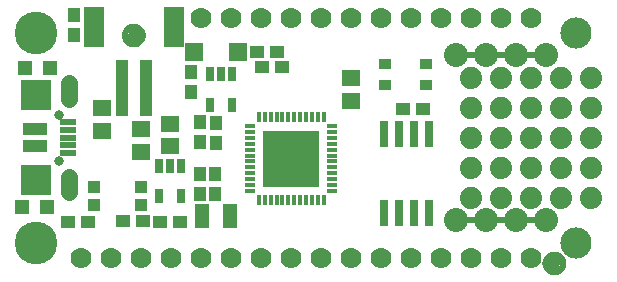
<source format=gbr>
G04 EAGLE Gerber RS-274X export*
G75*
%MOMM*%
%FSLAX34Y34*%
%LPD*%
%INSoldermask Top*%
%IPPOS*%
%AMOC8*
5,1,8,0,0,1.08239X$1,22.5*%
G01*
%ADD10C,2.641600*%
%ADD11R,7.747000X0.508000*%
%ADD12R,1.601600X1.341600*%
%ADD13R,1.101600X1.176600*%
%ADD14R,1.301600X1.301600*%
%ADD15R,1.176600X1.101600*%
%ADD16C,1.101600*%
%ADD17C,0.500000*%
%ADD18R,1.101600X1.101600*%
%ADD19C,3.617600*%
%ADD20C,0.801600*%
%ADD21R,2.601600X2.601600*%
%ADD22C,1.409600*%
%ADD23R,2.101600X1.101600*%
%ADD24R,1.450000X0.500000*%
%ADD25R,0.651600X1.301600*%
%ADD26R,1.501600X1.501600*%
%ADD27C,1.778000*%
%ADD28R,1.101600X4.701600*%
%ADD29R,1.701600X3.501600*%
%ADD30R,0.351600X0.851600*%
%ADD31R,0.851600X0.351600*%
%ADD32R,4.801600X4.801600*%
%ADD33R,1.201600X2.001600*%
%ADD34R,1.101600X0.951600*%
%ADD35R,0.701600X2.301600*%
%ADD36C,2.032000*%
%ADD37C,1.879600*%


D10*
X482600Y203200D03*
X482600Y25400D03*
D11*
X419735Y44450D03*
X419735Y184150D03*
D12*
X80880Y120090D03*
X80880Y139090D03*
D13*
X164000Y110120D03*
X164000Y127120D03*
D12*
X138580Y125740D03*
X138580Y106740D03*
D14*
X15950Y173590D03*
X36950Y173590D03*
D15*
X98688Y43446D03*
X115688Y43446D03*
D13*
X57150Y218050D03*
X57150Y201050D03*
D16*
X107950Y200660D03*
D17*
X115450Y200660D02*
X115448Y200841D01*
X115441Y201022D01*
X115430Y201203D01*
X115415Y201384D01*
X115395Y201564D01*
X115371Y201744D01*
X115343Y201923D01*
X115310Y202101D01*
X115273Y202278D01*
X115232Y202455D01*
X115187Y202630D01*
X115137Y202805D01*
X115083Y202978D01*
X115025Y203149D01*
X114963Y203320D01*
X114896Y203488D01*
X114826Y203655D01*
X114752Y203821D01*
X114673Y203984D01*
X114591Y204145D01*
X114505Y204305D01*
X114415Y204462D01*
X114321Y204617D01*
X114224Y204770D01*
X114122Y204920D01*
X114018Y205068D01*
X113909Y205214D01*
X113798Y205356D01*
X113682Y205496D01*
X113564Y205633D01*
X113442Y205768D01*
X113317Y205899D01*
X113189Y206027D01*
X113058Y206152D01*
X112923Y206274D01*
X112786Y206392D01*
X112646Y206508D01*
X112504Y206619D01*
X112358Y206728D01*
X112210Y206832D01*
X112060Y206934D01*
X111907Y207031D01*
X111752Y207125D01*
X111595Y207215D01*
X111435Y207301D01*
X111274Y207383D01*
X111111Y207462D01*
X110945Y207536D01*
X110778Y207606D01*
X110610Y207673D01*
X110439Y207735D01*
X110268Y207793D01*
X110095Y207847D01*
X109920Y207897D01*
X109745Y207942D01*
X109568Y207983D01*
X109391Y208020D01*
X109213Y208053D01*
X109034Y208081D01*
X108854Y208105D01*
X108674Y208125D01*
X108493Y208140D01*
X108312Y208151D01*
X108131Y208158D01*
X107950Y208160D01*
X115450Y200660D02*
X115448Y200479D01*
X115441Y200298D01*
X115430Y200117D01*
X115415Y199936D01*
X115395Y199756D01*
X115371Y199576D01*
X115343Y199397D01*
X115310Y199219D01*
X115273Y199042D01*
X115232Y198865D01*
X115187Y198690D01*
X115137Y198515D01*
X115083Y198342D01*
X115025Y198171D01*
X114963Y198000D01*
X114896Y197832D01*
X114826Y197665D01*
X114752Y197499D01*
X114673Y197336D01*
X114591Y197175D01*
X114505Y197015D01*
X114415Y196858D01*
X114321Y196703D01*
X114224Y196550D01*
X114122Y196400D01*
X114018Y196252D01*
X113909Y196106D01*
X113798Y195964D01*
X113682Y195824D01*
X113564Y195687D01*
X113442Y195552D01*
X113317Y195421D01*
X113189Y195293D01*
X113058Y195168D01*
X112923Y195046D01*
X112786Y194928D01*
X112646Y194812D01*
X112504Y194701D01*
X112358Y194592D01*
X112210Y194488D01*
X112060Y194386D01*
X111907Y194289D01*
X111752Y194195D01*
X111595Y194105D01*
X111435Y194019D01*
X111274Y193937D01*
X111111Y193858D01*
X110945Y193784D01*
X110778Y193714D01*
X110610Y193647D01*
X110439Y193585D01*
X110268Y193527D01*
X110095Y193473D01*
X109920Y193423D01*
X109745Y193378D01*
X109568Y193337D01*
X109391Y193300D01*
X109213Y193267D01*
X109034Y193239D01*
X108854Y193215D01*
X108674Y193195D01*
X108493Y193180D01*
X108312Y193169D01*
X108131Y193162D01*
X107950Y193160D01*
X107769Y193162D01*
X107588Y193169D01*
X107407Y193180D01*
X107226Y193195D01*
X107046Y193215D01*
X106866Y193239D01*
X106687Y193267D01*
X106509Y193300D01*
X106332Y193337D01*
X106155Y193378D01*
X105980Y193423D01*
X105805Y193473D01*
X105632Y193527D01*
X105461Y193585D01*
X105290Y193647D01*
X105122Y193714D01*
X104955Y193784D01*
X104789Y193858D01*
X104626Y193937D01*
X104465Y194019D01*
X104305Y194105D01*
X104148Y194195D01*
X103993Y194289D01*
X103840Y194386D01*
X103690Y194488D01*
X103542Y194592D01*
X103396Y194701D01*
X103254Y194812D01*
X103114Y194928D01*
X102977Y195046D01*
X102842Y195168D01*
X102711Y195293D01*
X102583Y195421D01*
X102458Y195552D01*
X102336Y195687D01*
X102218Y195824D01*
X102102Y195964D01*
X101991Y196106D01*
X101882Y196252D01*
X101778Y196400D01*
X101676Y196550D01*
X101579Y196703D01*
X101485Y196858D01*
X101395Y197015D01*
X101309Y197175D01*
X101227Y197336D01*
X101148Y197499D01*
X101074Y197665D01*
X101004Y197832D01*
X100937Y198000D01*
X100875Y198171D01*
X100817Y198342D01*
X100763Y198515D01*
X100713Y198690D01*
X100668Y198865D01*
X100627Y199042D01*
X100590Y199219D01*
X100557Y199397D01*
X100529Y199576D01*
X100505Y199756D01*
X100485Y199936D01*
X100470Y200117D01*
X100459Y200298D01*
X100452Y200479D01*
X100450Y200660D01*
X100452Y200841D01*
X100459Y201022D01*
X100470Y201203D01*
X100485Y201384D01*
X100505Y201564D01*
X100529Y201744D01*
X100557Y201923D01*
X100590Y202101D01*
X100627Y202278D01*
X100668Y202455D01*
X100713Y202630D01*
X100763Y202805D01*
X100817Y202978D01*
X100875Y203149D01*
X100937Y203320D01*
X101004Y203488D01*
X101074Y203655D01*
X101148Y203821D01*
X101227Y203984D01*
X101309Y204145D01*
X101395Y204305D01*
X101485Y204462D01*
X101579Y204617D01*
X101676Y204770D01*
X101778Y204920D01*
X101882Y205068D01*
X101991Y205214D01*
X102102Y205356D01*
X102218Y205496D01*
X102336Y205633D01*
X102458Y205768D01*
X102583Y205899D01*
X102711Y206027D01*
X102842Y206152D01*
X102977Y206274D01*
X103114Y206392D01*
X103254Y206508D01*
X103396Y206619D01*
X103542Y206728D01*
X103690Y206832D01*
X103840Y206934D01*
X103993Y207031D01*
X104148Y207125D01*
X104305Y207215D01*
X104465Y207301D01*
X104626Y207383D01*
X104789Y207462D01*
X104955Y207536D01*
X105122Y207606D01*
X105290Y207673D01*
X105461Y207735D01*
X105632Y207793D01*
X105805Y207847D01*
X105980Y207897D01*
X106155Y207942D01*
X106332Y207983D01*
X106509Y208020D01*
X106687Y208053D01*
X106866Y208081D01*
X107046Y208105D01*
X107226Y208125D01*
X107407Y208140D01*
X107588Y208151D01*
X107769Y208158D01*
X107950Y208160D01*
D16*
X464022Y7690D03*
D17*
X471522Y7690D02*
X471520Y7871D01*
X471513Y8052D01*
X471502Y8233D01*
X471487Y8414D01*
X471467Y8594D01*
X471443Y8774D01*
X471415Y8953D01*
X471382Y9131D01*
X471345Y9308D01*
X471304Y9485D01*
X471259Y9660D01*
X471209Y9835D01*
X471155Y10008D01*
X471097Y10179D01*
X471035Y10350D01*
X470968Y10518D01*
X470898Y10685D01*
X470824Y10851D01*
X470745Y11014D01*
X470663Y11175D01*
X470577Y11335D01*
X470487Y11492D01*
X470393Y11647D01*
X470296Y11800D01*
X470194Y11950D01*
X470090Y12098D01*
X469981Y12244D01*
X469870Y12386D01*
X469754Y12526D01*
X469636Y12663D01*
X469514Y12798D01*
X469389Y12929D01*
X469261Y13057D01*
X469130Y13182D01*
X468995Y13304D01*
X468858Y13422D01*
X468718Y13538D01*
X468576Y13649D01*
X468430Y13758D01*
X468282Y13862D01*
X468132Y13964D01*
X467979Y14061D01*
X467824Y14155D01*
X467667Y14245D01*
X467507Y14331D01*
X467346Y14413D01*
X467183Y14492D01*
X467017Y14566D01*
X466850Y14636D01*
X466682Y14703D01*
X466511Y14765D01*
X466340Y14823D01*
X466167Y14877D01*
X465992Y14927D01*
X465817Y14972D01*
X465640Y15013D01*
X465463Y15050D01*
X465285Y15083D01*
X465106Y15111D01*
X464926Y15135D01*
X464746Y15155D01*
X464565Y15170D01*
X464384Y15181D01*
X464203Y15188D01*
X464022Y15190D01*
X471522Y7690D02*
X471520Y7509D01*
X471513Y7328D01*
X471502Y7147D01*
X471487Y6966D01*
X471467Y6786D01*
X471443Y6606D01*
X471415Y6427D01*
X471382Y6249D01*
X471345Y6072D01*
X471304Y5895D01*
X471259Y5720D01*
X471209Y5545D01*
X471155Y5372D01*
X471097Y5201D01*
X471035Y5030D01*
X470968Y4862D01*
X470898Y4695D01*
X470824Y4529D01*
X470745Y4366D01*
X470663Y4205D01*
X470577Y4045D01*
X470487Y3888D01*
X470393Y3733D01*
X470296Y3580D01*
X470194Y3430D01*
X470090Y3282D01*
X469981Y3136D01*
X469870Y2994D01*
X469754Y2854D01*
X469636Y2717D01*
X469514Y2582D01*
X469389Y2451D01*
X469261Y2323D01*
X469130Y2198D01*
X468995Y2076D01*
X468858Y1958D01*
X468718Y1842D01*
X468576Y1731D01*
X468430Y1622D01*
X468282Y1518D01*
X468132Y1416D01*
X467979Y1319D01*
X467824Y1225D01*
X467667Y1135D01*
X467507Y1049D01*
X467346Y967D01*
X467183Y888D01*
X467017Y814D01*
X466850Y744D01*
X466682Y677D01*
X466511Y615D01*
X466340Y557D01*
X466167Y503D01*
X465992Y453D01*
X465817Y408D01*
X465640Y367D01*
X465463Y330D01*
X465285Y297D01*
X465106Y269D01*
X464926Y245D01*
X464746Y225D01*
X464565Y210D01*
X464384Y199D01*
X464203Y192D01*
X464022Y190D01*
X463841Y192D01*
X463660Y199D01*
X463479Y210D01*
X463298Y225D01*
X463118Y245D01*
X462938Y269D01*
X462759Y297D01*
X462581Y330D01*
X462404Y367D01*
X462227Y408D01*
X462052Y453D01*
X461877Y503D01*
X461704Y557D01*
X461533Y615D01*
X461362Y677D01*
X461194Y744D01*
X461027Y814D01*
X460861Y888D01*
X460698Y967D01*
X460537Y1049D01*
X460377Y1135D01*
X460220Y1225D01*
X460065Y1319D01*
X459912Y1416D01*
X459762Y1518D01*
X459614Y1622D01*
X459468Y1731D01*
X459326Y1842D01*
X459186Y1958D01*
X459049Y2076D01*
X458914Y2198D01*
X458783Y2323D01*
X458655Y2451D01*
X458530Y2582D01*
X458408Y2717D01*
X458290Y2854D01*
X458174Y2994D01*
X458063Y3136D01*
X457954Y3282D01*
X457850Y3430D01*
X457748Y3580D01*
X457651Y3733D01*
X457557Y3888D01*
X457467Y4045D01*
X457381Y4205D01*
X457299Y4366D01*
X457220Y4529D01*
X457146Y4695D01*
X457076Y4862D01*
X457009Y5030D01*
X456947Y5201D01*
X456889Y5372D01*
X456835Y5545D01*
X456785Y5720D01*
X456740Y5895D01*
X456699Y6072D01*
X456662Y6249D01*
X456629Y6427D01*
X456601Y6606D01*
X456577Y6786D01*
X456557Y6966D01*
X456542Y7147D01*
X456531Y7328D01*
X456524Y7509D01*
X456522Y7690D01*
X456524Y7871D01*
X456531Y8052D01*
X456542Y8233D01*
X456557Y8414D01*
X456577Y8594D01*
X456601Y8774D01*
X456629Y8953D01*
X456662Y9131D01*
X456699Y9308D01*
X456740Y9485D01*
X456785Y9660D01*
X456835Y9835D01*
X456889Y10008D01*
X456947Y10179D01*
X457009Y10350D01*
X457076Y10518D01*
X457146Y10685D01*
X457220Y10851D01*
X457299Y11014D01*
X457381Y11175D01*
X457467Y11335D01*
X457557Y11492D01*
X457651Y11647D01*
X457748Y11800D01*
X457850Y11950D01*
X457954Y12098D01*
X458063Y12244D01*
X458174Y12386D01*
X458290Y12526D01*
X458408Y12663D01*
X458530Y12798D01*
X458655Y12929D01*
X458783Y13057D01*
X458914Y13182D01*
X459049Y13304D01*
X459186Y13422D01*
X459326Y13538D01*
X459468Y13649D01*
X459614Y13758D01*
X459762Y13862D01*
X459912Y13964D01*
X460065Y14061D01*
X460220Y14155D01*
X460377Y14245D01*
X460537Y14331D01*
X460698Y14413D01*
X460861Y14492D01*
X461027Y14566D01*
X461194Y14636D01*
X461362Y14703D01*
X461533Y14765D01*
X461704Y14823D01*
X461877Y14877D01*
X462052Y14927D01*
X462227Y14972D01*
X462404Y15013D01*
X462581Y15050D01*
X462759Y15083D01*
X462938Y15111D01*
X463118Y15135D01*
X463298Y15155D01*
X463479Y15170D01*
X463660Y15181D01*
X463841Y15188D01*
X464022Y15190D01*
D18*
X73980Y56770D03*
X73980Y72770D03*
X113980Y72770D03*
X113980Y56770D03*
D19*
X25400Y203200D03*
X25400Y25400D03*
D20*
X44450Y133800D03*
X44450Y94800D03*
D21*
X25450Y78300D03*
X25450Y150300D03*
D22*
X53450Y147300D02*
X53450Y160380D01*
X53450Y81300D02*
X53450Y68220D01*
D23*
X24450Y121800D03*
X24450Y106800D03*
D24*
X52200Y127300D03*
X52200Y120800D03*
X52200Y114300D03*
X52200Y107800D03*
X52200Y101300D03*
D25*
X191110Y167941D03*
X181610Y167941D03*
X172110Y167941D03*
X172110Y141939D03*
X191110Y141939D03*
D26*
X196300Y186690D03*
X159300Y186690D03*
D27*
X444500Y12700D03*
X419100Y12700D03*
X393700Y12700D03*
X368300Y12700D03*
X342900Y12700D03*
X317500Y12700D03*
X292100Y12700D03*
X266700Y12700D03*
X241300Y12700D03*
X215900Y12700D03*
X190500Y12700D03*
X165100Y12700D03*
X139700Y12700D03*
X114300Y12700D03*
X88900Y12700D03*
X63500Y12700D03*
D28*
X97950Y156040D03*
X117950Y156040D03*
D29*
X73950Y208040D03*
X141950Y208040D03*
D27*
X165100Y215900D03*
X190500Y215900D03*
X215900Y215900D03*
X241300Y215900D03*
X266700Y215900D03*
X292100Y215900D03*
X317500Y215900D03*
X342900Y215900D03*
X368300Y215900D03*
X393700Y215900D03*
X419100Y215900D03*
X444500Y215900D03*
D25*
X147930Y90471D03*
X138430Y90471D03*
X128930Y90471D03*
X128930Y64469D03*
X147930Y64469D03*
D14*
X34630Y55880D03*
X13630Y55880D03*
D15*
X52460Y43180D03*
X69460Y43180D03*
D12*
X114300Y121260D03*
X114300Y102260D03*
D15*
X146930Y43180D03*
X129930Y43180D03*
X212480Y186690D03*
X229480Y186690D03*
X233290Y173990D03*
X216290Y173990D03*
D30*
X213800Y61770D03*
X218800Y61770D03*
X223800Y61770D03*
X228800Y61770D03*
X233800Y61770D03*
X238800Y61770D03*
X243800Y61770D03*
X248800Y61770D03*
X253800Y61770D03*
X258800Y61770D03*
X263800Y61770D03*
D31*
X276050Y69020D03*
X276050Y74020D03*
X276050Y79020D03*
X276050Y84020D03*
X276050Y89020D03*
X276050Y94020D03*
X276050Y99020D03*
X276050Y104020D03*
X276050Y109020D03*
X276050Y114020D03*
X276050Y119020D03*
D30*
X268800Y131270D03*
X263800Y131270D03*
X258800Y131270D03*
X253800Y131270D03*
X248800Y131270D03*
X243800Y131270D03*
X238800Y131270D03*
X233800Y131270D03*
X228800Y131270D03*
X223800Y131270D03*
X218800Y131270D03*
D31*
X206550Y124020D03*
X206550Y119020D03*
X206550Y114020D03*
X206550Y109020D03*
X206550Y104020D03*
X206550Y99020D03*
X206550Y94020D03*
X206550Y89020D03*
X206550Y84020D03*
X206550Y79020D03*
X206550Y74020D03*
D32*
X241300Y96520D03*
D30*
X268800Y61770D03*
D31*
X276050Y124020D03*
D30*
X213800Y131270D03*
D31*
X206550Y69020D03*
D13*
X177800Y109610D03*
X177800Y126610D03*
X176530Y66430D03*
X176530Y83430D03*
X163830Y66430D03*
X163830Y83430D03*
D33*
X189800Y48260D03*
X165800Y48260D03*
D12*
X292100Y164440D03*
X292100Y145440D03*
D13*
X156210Y152790D03*
X156210Y169790D03*
D34*
X320320Y176390D03*
X355320Y176390D03*
X320320Y158890D03*
X355320Y158890D03*
D35*
X345440Y116970D03*
X345440Y50670D03*
X358140Y116970D03*
X332740Y116970D03*
X320040Y116970D03*
X358140Y50670D03*
X332740Y50670D03*
X320040Y50670D03*
D15*
X352670Y138430D03*
X335670Y138430D03*
D36*
X381000Y44450D03*
X406400Y44450D03*
X431800Y44450D03*
X457200Y44450D03*
X381000Y184150D03*
X406400Y184150D03*
X431800Y184150D03*
X457200Y184150D03*
D37*
X495300Y165100D03*
X495300Y139700D03*
X495300Y114300D03*
X495300Y88900D03*
X495300Y63500D03*
X469900Y63500D03*
X444500Y63500D03*
X419100Y63500D03*
X393700Y63500D03*
X393700Y165100D03*
X419100Y165100D03*
X444500Y165100D03*
X469900Y165100D03*
X469900Y139700D03*
X469900Y114300D03*
X444500Y114300D03*
X393700Y114300D03*
X419100Y114300D03*
X419100Y88900D03*
X393700Y88900D03*
X444500Y88900D03*
X469900Y88900D03*
X444500Y139700D03*
X419100Y139700D03*
X393700Y139700D03*
M02*

</source>
